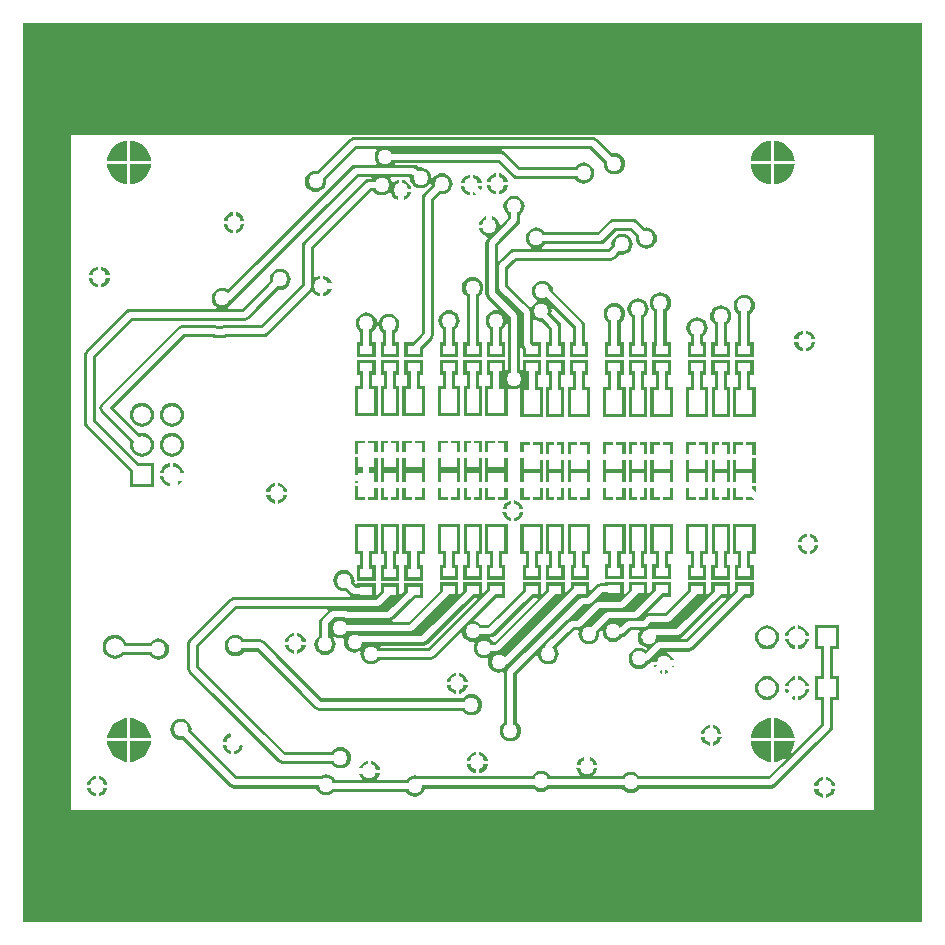
<source format=gbr>
%FSDAX33Y33*%
%MOMM*%
%SFA1B1*%

%IPPOS*%
%AMD1002*
%
%ADD19R,1.050000X0.800001*%
%ADD20R,1.400000X2.000001*%
%ADD21R,1.000001X2.000001*%
%ADD22C,0.508000*%
%ADD23C,0.254000*%
%ADD24C,1.524000*%
%ADD25C,1.500000*%
%ADD26R,1.500000X1.500000*%
%ADD27C,1.270000*%
%LNfilm_top-1*%
%LPD*%
G36*
X076199Y076199D02*
X000000D01*
Y000000*
X076199*
Y076199*
G37*
%LNfilm_top-2*%
%LPC*%
G36*
X072113Y009554D02*
X004113D01*
Y066654*
X072113*
Y009554*
G37*
%LNfilm_top-3*%
%LPD*%
G36*
X066386Y032934D02*
X066281Y032920D01*
X066064Y032830*
X065879Y032688*
X065736Y032502*
X065647Y032286*
X065633Y032181*
X066386*
Y032934*
G37*
G36*
X066640D02*
Y032181D01*
X067393*
X067379Y032286*
X067289Y032502*
X067147Y032688*
X066961Y032830*
X066745Y032920*
X066640Y032934*
G37*
G36*
X041386Y034727D02*
X040633D01*
X040647Y034622*
X040736Y034405*
X040879Y034220*
X041064Y034077*
X041281Y033988*
X041386Y033974*
Y034727*
G37*
G36*
X055067Y033708D02*
X053159D01*
Y031200*
X053595*
Y030358*
X053334*
Y029050*
X054892*
Y030358*
X054631*
Y031200*
X055067*
Y033708*
G37*
G36*
X066386Y031927D02*
X065633D01*
X065647Y031822*
X065736Y031605*
X065879Y031420*
X066064Y031277*
X066281Y031188*
X066386Y031174*
Y031927*
G37*
G36*
X067393D02*
X066640D01*
Y031174*
X066745Y031188*
X066961Y031277*
X067147Y031420*
X067289Y031605*
X067379Y031822*
X067393Y031927*
G37*
G36*
X042393Y034727D02*
X041640D01*
Y033974*
X041745Y033988*
X041961Y034077*
X042147Y034220*
X042289Y034405*
X042379Y034622*
X042393Y034727*
G37*
G36*
X022393Y036227D02*
X021640D01*
Y035474*
X021745Y035488*
X021961Y035577*
X022147Y035720*
X022289Y035905*
X022379Y036122*
X022393Y036227*
G37*
G36*
X042986Y036927D02*
X042159D01*
Y035800*
X042986*
Y036927*
G37*
G36*
X044067D02*
X043240D01*
Y035800*
X044067*
Y036927*
G37*
G36*
X041386Y035734D02*
X041281Y035720D01*
X041064Y035630*
X040879Y035488*
X040736Y035302*
X040647Y035086*
X040633Y034981*
X041386*
Y035734*
G37*
G36*
X041640D02*
Y034981D01*
X042393*
X042379Y035086*
X042289Y035302*
X042147Y035488*
X041961Y035630*
X041745Y035720*
X041640Y035734*
G37*
G36*
X021386Y036227D02*
X020633D01*
X020647Y036122*
X020736Y035905*
X020879Y035720*
X021064Y035577*
X021281Y035488*
X021386Y035474*
Y036227*
G37*
G36*
X052867Y033708D02*
X051359D01*
Y031200*
X051595*
Y030358*
X051334*
Y029050*
X052892*
Y030358*
X052631*
Y031200*
X052867*
Y033708*
G37*
G36*
X037067D02*
X035159D01*
Y031200*
X035595*
Y030308*
X035334*
Y029000*
X036892*
Y030308*
X036631*
Y031200*
X037067*
Y033708*
G37*
G36*
X044067D02*
X042159D01*
Y031200*
X042595*
Y030308*
X042334*
Y029000*
X043892*
Y030308*
X043631*
Y031200*
X044067*
Y033708*
G37*
G36*
X045867D02*
X044359D01*
Y031200*
X044595*
Y030308*
X044334*
Y029000*
X045892*
Y030308*
X045631*
Y031200*
X045867*
Y033708*
G37*
G36*
X030067D02*
X028159D01*
Y031200*
X028595*
Y030258*
X028334*
Y028950*
X029892*
Y030258*
X029631*
Y031200*
X030067*
Y033708*
G37*
G36*
X031867D02*
X030359D01*
Y031200*
X030595*
Y030258*
X030334*
Y028950*
X031892*
Y030258*
X031631*
Y031200*
X031867*
Y033708*
G37*
G36*
X034067D02*
X032159D01*
Y031200*
X032595*
Y030258*
X032334*
Y028950*
X033892*
Y030258*
X033631*
Y031200*
X034067*
Y033708*
G37*
G36*
X048067D02*
X046159D01*
Y031200*
X046595*
Y030308*
X046434*
Y029000*
X047992*
Y030308*
X047631*
Y031200*
X048067*
Y033708*
G37*
G36*
X059867D02*
X058359D01*
Y031200*
X058595*
Y030308*
X058334*
Y029000*
X059892*
Y030308*
X059631*
Y031200*
X059867*
Y033708*
G37*
G36*
X062067D02*
X060159D01*
Y031200*
X060595*
Y030308*
X060334*
Y029000*
X061892*
Y030308*
X061631*
Y031200*
X062067*
Y033708*
G37*
G36*
X051067D02*
X049159D01*
Y031200*
X049595*
Y030358*
X049334*
Y029050*
X050892*
Y030358*
X050631*
Y031200*
X051067*
Y033708*
G37*
G36*
X038867D02*
X037359D01*
Y031200*
X037595*
Y030308*
X037334*
Y029000*
X038892*
Y030308*
X038631*
Y031200*
X038867*
Y033708*
G37*
G36*
X041067D02*
X039159D01*
Y031200*
X039595*
Y030308*
X039334*
Y029000*
X040892*
Y030308*
X040631*
Y031200*
X041067*
Y033708*
G37*
G36*
X058067D02*
X056159D01*
Y031200*
X056595*
Y030308*
X056334*
Y029000*
X057892*
Y030308*
X057631*
Y031200*
X058067*
Y033708*
G37*
G36*
X044986Y036927D02*
X044359D01*
Y035800*
X044986*
Y036927*
G37*
G36*
X051986Y036927D02*
X051359D01*
Y035800*
X051986*
Y036927*
G37*
G36*
X052867D02*
X052240D01*
Y035800*
X052867*
Y036927*
G37*
G36*
X053986D02*
X053159D01*
Y035800*
X053986*
Y036927*
G37*
G36*
X041067D02*
X040240D01*
Y035800*
X041067*
Y036927*
G37*
G36*
X049986D02*
X049159D01*
Y035800*
X049986*
Y036927*
G37*
G36*
X051067D02*
X050240D01*
Y035800*
X051067*
Y036927*
G37*
G36*
X055067D02*
X054240D01*
Y035800*
X055067*
Y036927*
G37*
G36*
X059867D02*
X059240D01*
Y035800*
X059867*
Y036927*
G37*
G36*
X060986D02*
X060159D01*
Y035800*
X060986*
Y036927*
G37*
G36*
X062067D02*
X061240D01*
Y035800*
X062067*
Y036927*
G37*
G36*
X056986D02*
X056159D01*
Y035800*
X056986*
Y036927*
G37*
G36*
X058067D02*
X057240D01*
Y035800*
X058067*
Y036927*
G37*
G36*
X058986D02*
X058359D01*
Y035800*
X058986*
Y036927*
G37*
G36*
X039986D02*
X039159D01*
Y035800*
X039986*
Y036927*
G37*
G36*
X028986D02*
X028159D01*
Y035800*
X028986*
Y036927*
G37*
G36*
X030067D02*
X029240D01*
Y035800*
X030067*
Y036927*
G37*
G36*
X030986D02*
X030359D01*
Y035800*
X030986*
Y036927*
G37*
G36*
X045867Y036927D02*
X045240D01*
Y035800*
X045867*
Y036927*
G37*
G36*
X046986D02*
X046159D01*
Y035800*
X046986*
Y036927*
G37*
G36*
X048067D02*
X047240D01*
Y035800*
X048067*
Y036927*
G37*
G36*
X031867Y036927D02*
X031240D01*
Y035800*
X031867*
Y036927*
G37*
G36*
X037067D02*
X036240D01*
Y035800*
X037067*
Y036927*
G37*
G36*
X037986D02*
X037359D01*
Y035800*
X037986*
Y036927*
G37*
G36*
X038867D02*
X038240D01*
Y035800*
X038867*
Y036927*
G37*
G36*
X032986D02*
X032159D01*
Y035800*
X032986*
Y036927*
G37*
G36*
X034067D02*
X033240D01*
Y035800*
X034067*
Y036927*
G37*
G36*
X035986D02*
X035159D01*
Y035800*
X035986*
Y036927*
G37*
G36*
X038386Y014434D02*
X038281Y014420D01*
X038064Y014330*
X037879Y014188*
X037736Y014002*
X037647Y013786*
X037633Y013681*
X038386*
Y014434*
G37*
G36*
X038640D02*
Y013681D01*
X039393*
X039379Y013786*
X039289Y014002*
X039147Y014188*
X038961Y014330*
X038745Y014420*
X038640Y014434*
G37*
G36*
X017686Y015027D02*
X016933D01*
X016947Y014922*
X017036Y014705*
X017179Y014520*
X017364Y014377*
X017581Y014288*
X017686Y014274*
Y015027*
G37*
G36*
X008886Y015327D02*
X007162D01*
X007186Y015090*
X007292Y014741*
X007464Y014419*
X007695Y014136*
X007978Y013905*
X008300Y013733*
X008649Y013627*
X008886Y013603*
Y015327*
G37*
G36*
X010863D02*
X009140D01*
Y013603*
X009376Y013627*
X009726Y013733*
X010048Y013905*
X010330Y014136*
X010562Y014419*
X010734Y014741*
X010840Y015090*
X010863Y015327*
G37*
G36*
X063386D02*
X061662D01*
X061686Y015090*
X061792Y014741*
X061964Y014419*
X062195Y014136*
X062478Y013905*
X062800Y013733*
X063149Y013627*
X063386Y013603*
Y015327*
G37*
G36*
X018693Y015027D02*
X017940D01*
Y014274*
X018045Y014288*
X018261Y014377*
X018447Y014520*
X018589Y014705*
X018679Y014922*
X018693Y015027*
G37*
G36*
X017686Y016034D02*
X017581Y016020D01*
X017364Y015930*
X017179Y015788*
X017036Y015602*
X016947Y015386*
X016933Y015281*
X017686*
Y016034*
G37*
G36*
X017940D02*
Y015281D01*
X018693*
X018679Y015386*
X018589Y015602*
X018447Y015788*
X018261Y015930*
X018045Y016020*
X017940Y016034*
G37*
G36*
X008886Y017304D02*
X008649Y017281D01*
X008300Y017175*
X007978Y017003*
X007695Y016771*
X007464Y016489*
X007292Y016167*
X007186Y015817*
X007162Y015581*
X008886*
Y017304*
G37*
G36*
X069117Y025158D02*
X067109D01*
Y023150*
X067595*
Y020858*
X067109*
Y018850*
X067595*
Y016768*
X065138Y014312*
X065044Y014397*
X065062Y014419*
X065234Y014741*
X065340Y015090*
X065363Y015327*
X063640*
Y013603*
X063876Y013627*
X064226Y013733*
X064548Y013905*
X064569Y013922*
X064655Y013828*
X063198Y012372*
X052236*
X052147Y012488*
X051961Y012630*
X051745Y012720*
X051513Y012750*
X051281Y012720*
X051064Y012630*
X050879Y012488*
X050790Y012372*
X048382*
X048339Y012499*
X048412Y012555*
X048554Y012740*
X048644Y012957*
X048658Y013062*
X046898*
X046912Y012957*
X047001Y012740*
X047144Y012555*
X047217Y012499*
X047174Y012372*
X044702*
X044689Y012402*
X044547Y012588*
X044361Y012730*
X044145Y012820*
X043913Y012850*
X043681Y012820*
X043464Y012730*
X043279Y012588*
X043136Y012402*
X043124Y012372*
X033561*
X033445Y012420*
X033213Y012450*
X032981Y012420*
X032764Y012330*
X032579Y012188*
X032490Y012072*
X030051*
X030022Y012199*
X030154Y012370*
X030244Y012587*
X030258Y012692*
X028498*
X028512Y012587*
X028601Y012370*
X028733Y012199*
X028705Y012072*
X026502*
X026489Y012102*
X026347Y012288*
X026161Y012430*
X025945Y012520*
X025713Y012550*
X025481Y012520*
X025264Y012430*
X025188Y012372*
X018127*
X014290Y016209*
X014309Y016354*
X014279Y016586*
X014189Y016802*
X014047Y016988*
X013861Y017130*
X013645Y017220*
X013413Y017250*
X013181Y017220*
X012964Y017130*
X012779Y016988*
X012636Y016802*
X012547Y016586*
X012516Y016354*
X012547Y016122*
X012636Y015905*
X012779Y015720*
X012964Y015577*
X013181Y015488*
X013413Y015457*
X013558Y015476*
X017546Y011487*
X017714Y011375*
X017913Y011336*
X024882*
X024936Y011205*
X025079Y011020*
X025264Y010877*
X025481Y010788*
X025713Y010757*
X025945Y010788*
X026161Y010877*
X026347Y011020*
X026359Y011036*
X032490*
X032579Y010920*
X032764Y010777*
X032981Y010688*
X033213Y010657*
X033445Y010688*
X033661Y010777*
X033847Y010920*
X033989Y011105*
X034079Y011322*
X034081Y011336*
X043266*
X043279Y011320*
X043464Y011177*
X043681Y011088*
X043913Y011057*
X044145Y011088*
X044361Y011177*
X044547Y011320*
X044559Y011336*
X050790*
X050879Y011220*
X051064Y011077*
X051281Y010988*
X051513Y010957*
X051745Y010988*
X051961Y011077*
X052147Y011220*
X052236Y011336*
X063413*
X063611Y011375*
X063779Y011487*
X068479Y016187*
X068591Y016355*
X068631Y016554*
Y018850*
X069117*
Y020858*
X068631*
Y023150*
X069117*
Y025158*
G37*
G36*
X058186Y015727D02*
X057433D01*
X057447Y015622*
X057536Y015405*
X057679Y015220*
X057864Y015077*
X058081Y014988*
X058186Y014974*
Y015727*
G37*
G36*
X059193D02*
X058440D01*
Y014974*
X058545Y014988*
X058761Y015077*
X058947Y015220*
X059089Y015405*
X059179Y015622*
X059193Y015727*
G37*
G36*
X047905Y014069D02*
Y013316D01*
X048658*
X048644Y013421*
X048554Y013637*
X048412Y013823*
X048226Y013965*
X048010Y014055*
X047905Y014069*
G37*
G36*
X007193Y011427D02*
X006440D01*
Y010674*
X006545Y010688*
X006761Y010777*
X006947Y010920*
X007089Y011105*
X007179Y011322*
X007193Y011427*
G37*
G36*
X067786Y012334D02*
X067681Y012320D01*
X067464Y012230*
X067279Y012088*
X067136Y011902*
X067047Y011686*
X067033Y011581*
X067786*
Y012334*
G37*
G36*
X068040D02*
Y011581D01*
X068793*
X068779Y011686*
X068689Y011902*
X068547Y012088*
X068361Y012230*
X068145Y012320*
X068040Y012334*
G37*
G36*
X067786Y011327D02*
X067033D01*
X067047Y011222*
X067136Y011005*
X067279Y010820*
X067464Y010677*
X067681Y010588*
X067786Y010574*
Y011327*
G37*
G36*
X068793D02*
X068040D01*
Y010574*
X068145Y010588*
X068361Y010677*
X068547Y010820*
X068689Y011005*
X068779Y011222*
X068793Y011327*
G37*
G36*
X006186Y011427D02*
X005433D01*
X005447Y011322*
X005536Y011105*
X005679Y010920*
X005864Y010777*
X006081Y010688*
X006186Y010674*
Y011427*
G37*
G36*
Y012434D02*
X006081Y012420D01*
X005864Y012330*
X005679Y012188*
X005536Y012002*
X005447Y011786*
X005433Y011681*
X006186*
Y012434*
G37*
G36*
X029251Y013699D02*
X029146Y013685D01*
X028929Y013595*
X028744Y013453*
X028601Y013267*
X028512Y013051*
X028498Y012946*
X029251*
Y013699*
G37*
G36*
X029505D02*
Y012946D01*
X030258*
X030244Y013051*
X030154Y013267*
X030012Y013453*
X029826Y013595*
X029610Y013685*
X029505Y013699*
G37*
G36*
X047651Y014069D02*
X047546Y014055D01*
X047329Y013965*
X047144Y013823*
X047001Y013637*
X046912Y013421*
X046898Y013316*
X047651*
Y014069*
G37*
G36*
X006440Y012434D02*
Y011681D01*
X007193*
X007179Y011786*
X007089Y012002*
X006947Y012188*
X006761Y012330*
X006545Y012420*
X006440Y012434*
G37*
G36*
X038386Y013427D02*
X037633D01*
X037647Y013322*
X037736Y013105*
X037879Y012920*
X038064Y012777*
X038281Y012688*
X038386Y012674*
Y013427*
G37*
G36*
X039393D02*
X038640D01*
Y012674*
X038745Y012688*
X038961Y012777*
X039147Y012920*
X039289Y013105*
X039379Y013322*
X039393Y013427*
G37*
G36*
X009140Y017304D02*
Y015581D01*
X010863*
X010840Y015817*
X010734Y016167*
X010562Y016489*
X010330Y016771*
X010048Y017003*
X009726Y017175*
X009376Y017281*
X009140Y017304*
G37*
G36*
X022986Y023527D02*
X022233D01*
X022247Y023422*
X022336Y023205*
X022479Y023020*
X022664Y022877*
X022881Y022788*
X022986Y022774*
Y023527*
G37*
G36*
X023993D02*
X023240D01*
Y022774*
X023345Y022788*
X023561Y022877*
X023747Y023020*
X023889Y023205*
X023979Y023422*
X023993Y023527*
G37*
G36*
X063033Y025166D02*
X062771Y025132D01*
X062526Y025031*
X062317Y024870*
X062156Y024660*
X062055Y024416*
X062020Y024154*
X062055Y023892*
X062156Y023647*
X062317Y023438*
X062526Y023277*
X062771Y023176*
X063033Y023141*
X063295Y023176*
X063539Y023277*
X063749Y023438*
X063910Y023647*
X064011Y023892*
X064045Y024154*
X064011Y024416*
X063910Y024660*
X063749Y024870*
X063539Y025031*
X063295Y025132*
X063033Y025166*
G37*
G36*
X054186Y021827D02*
X053433D01*
X053447Y021722*
X053536Y021505*
X053679Y021320*
X053864Y021177*
X054081Y021088*
X054186Y021074*
Y021827*
G37*
G36*
X055193D02*
X054440D01*
Y021074*
X054545Y021088*
X054761Y021177*
X054947Y021320*
X055089Y021505*
X055179Y021722*
X055193Y021827*
G37*
G36*
X007813Y024378D02*
X007547Y024344D01*
X007300Y024241*
X007088Y024078*
X006925Y023866*
X006823Y023619*
X006788Y023354*
X006823Y023088*
X006925Y022841*
X007088Y022629*
X007300Y022466*
X007547Y022364*
X007813Y022329*
X008078Y022364*
X008325Y022466*
X008537Y022629*
X008542Y022636*
X010790*
X010879Y022520*
X011064Y022377*
X011281Y022288*
X011513Y022257*
X011745Y022288*
X011961Y022377*
X012147Y022520*
X012289Y022705*
X012379Y022922*
X012409Y023154*
X012379Y023386*
X012289Y023602*
X012147Y023788*
X011961Y023930*
X011745Y024020*
X011513Y024050*
X011281Y024020*
X011064Y023930*
X010879Y023788*
X010790Y023672*
X008781*
X008700Y023866*
X008537Y024078*
X008325Y024241*
X008078Y024344*
X007813Y024378*
G37*
G36*
X065446Y024027D02*
X064577D01*
X064595Y023892*
X064696Y023647*
X064857Y023438*
X065066Y023277*
X065311Y023176*
X065446Y023158*
Y024027*
G37*
G36*
Y025150D02*
X065311Y025132D01*
X065066Y025031*
X064857Y024870*
X064696Y024660*
X064595Y024416*
X064577Y024281*
X065446*
Y025150*
G37*
G36*
X065700D02*
Y024281D01*
X066569*
X066551Y024416*
X066450Y024660*
X066289Y024870*
X066079Y025031*
X065835Y025132*
X065700Y025150*
G37*
G36*
X027213Y029850D02*
X026981Y029820D01*
X026764Y029730*
X026579Y029588*
X026436Y029402*
X026347Y029186*
X026316Y028954*
X026347Y028722*
X026436Y028505*
X026579Y028320*
X026764Y028177*
X026981Y028088*
X027213Y028057*
X027358Y028076*
X027696Y027737*
X027755Y027699*
X027716Y027572*
X017913*
X017714Y027532*
X017546Y027420*
X014096Y023970*
X013984Y023802*
X013945Y023604*
Y021504*
X013984Y021305*
X014096Y021137*
X021646Y013587*
X021814Y013475*
X022013Y013436*
X026190*
X026279Y013320*
X026464Y013177*
X026681Y013088*
X026913Y013057*
X027145Y013088*
X027361Y013177*
X027547Y013320*
X027689Y013505*
X027779Y013722*
X027809Y013954*
X027779Y014186*
X027689Y014402*
X027547Y014588*
X027361Y014730*
X027145Y014820*
X026913Y014850*
X026681Y014820*
X026464Y014730*
X026279Y014588*
X026190Y014472*
X022227*
X014981Y021718*
Y023389*
X018127Y026536*
X025801*
X025854Y026409*
X025246Y025802*
X025134Y025633*
X025095Y025435*
Y024277*
X024979Y024188*
X024836Y024002*
X024747Y023786*
X024716Y023554*
X024747Y023322*
X024836Y023105*
X024979Y022920*
X025164Y022777*
X025381Y022688*
X025613Y022657*
X025845Y022688*
X026061Y022777*
X026247Y022920*
X026389Y023105*
X026479Y023322*
X026509Y023554*
X026479Y023786*
X026389Y024002*
X026247Y024188*
X026328Y024282*
X026464Y024177*
X026681Y024088*
X026913Y024057*
X027145Y024088*
X027165Y024096*
X027255Y024006*
X027247Y023986*
X027216Y023754*
X027247Y023522*
X027336Y023305*
X027479Y023120*
X027664Y022977*
X027881Y022888*
X028113Y022857*
X028345Y022888*
X028515Y022958*
X028620Y022891*
X028632Y022875*
X028616Y022754*
X028647Y022522*
X028736Y022305*
X028879Y022120*
X029064Y021977*
X029281Y021888*
X029513Y021857*
X029745Y021888*
X029961Y021977*
X030147Y022120*
X030236Y022236*
X034596*
X034794Y022275*
X034962Y022387*
X037116Y024541*
X037236Y024500*
X037247Y024422*
X037336Y024205*
X037479Y024020*
X037664Y023877*
X037881Y023788*
X038113Y023757*
X038234Y023773*
X038250Y023762*
X038317Y023656*
X038247Y023486*
X038216Y023254*
X038247Y023022*
X038336Y022805*
X038479Y022620*
X038664Y022477*
X038881Y022388*
X039113Y022357*
X039345Y022388*
X039365Y022396*
X039455Y022306*
X039447Y022286*
X039416Y022054*
X039447Y021822*
X039536Y021605*
X039679Y021420*
X039864Y021277*
X040081Y021188*
X040313Y021157*
X040545Y021188*
X040675Y021242*
X040720Y021223*
X040795Y021154*
Y016977*
X040679Y016888*
X040536Y016702*
X040447Y016486*
X040416Y016254*
X040447Y016022*
X040536Y015805*
X040679Y015620*
X040864Y015477*
X041081Y015388*
X041313Y015357*
X041545Y015388*
X041761Y015477*
X041947Y015620*
X042089Y015805*
X042179Y016022*
X042209Y016254*
X042179Y016486*
X042089Y016702*
X041947Y016888*
X041831Y016977*
Y020976*
X043502Y022647*
X043636Y022602*
X043647Y022522*
X043736Y022305*
X043879Y022120*
X044064Y021977*
X044281Y021888*
X044513Y021857*
X044745Y021888*
X044961Y021977*
X045147Y022120*
X045289Y022305*
X045379Y022522*
X045409Y022754*
X045379Y022986*
X045289Y023202*
X045232Y023277*
X046709Y024754*
X046992*
X047080Y024627*
X047058Y024454*
X047088Y024222*
X047178Y024005*
X047320Y023820*
X047506Y023677*
X047722Y023588*
X047954Y023557*
X048186Y023588*
X048403Y023677*
X048588Y023820*
X048731Y024005*
X048820Y024222*
X048851Y024454*
X048832Y024599*
X049003Y024770*
X049124Y024711*
X049116Y024654*
X049147Y024422*
X049236Y024205*
X049379Y024020*
X049564Y023877*
X049781Y023788*
X050013Y023757*
X050245Y023788*
X050461Y023877*
X050647Y024020*
X050743Y024145*
X050894Y024175*
X051062Y024287*
X051554Y024779*
X052228*
X052284Y024665*
X052236Y024602*
X052147Y024386*
X052144Y024367*
X052134Y024352*
X052095Y024154*
X052134Y023955*
X052144Y023941*
X052147Y023922*
X052236Y023705*
X052379Y023520*
X052564Y023377*
X052781Y023288*
X052859Y023277*
X052900Y023157*
X052781Y023038*
X052661Y023130*
X052445Y023220*
X052213Y023250*
X051981Y023220*
X051764Y023130*
X051579Y022988*
X051436Y022802*
X051347Y022586*
X051316Y022354*
X051347Y022122*
X051436Y021905*
X051579Y021720*
X051764Y021577*
X051981Y021488*
X052213Y021457*
X052445Y021488*
X052661Y021577*
X052847Y021720*
X052955Y021861*
X053027Y021875*
X053195Y021987*
X053307Y022099*
X053344Y022081*
X055193*
X055179Y022186*
X055089Y022402*
X054947Y022588*
X054761Y022730*
X054572Y022809*
X054597Y022936*
X056413*
X056611Y022975*
X056779Y023087*
X061191Y027500*
X061892*
Y028808*
X060334*
Y028107*
X060009Y027783*
X059892Y027831*
Y028808*
X058334*
Y028107*
X058009Y027783*
X057892Y027831*
Y028808*
X056334*
Y028107*
X054398Y026172*
X053026*
X052984Y026163*
X052922Y026280*
X054191Y027550*
X054892*
Y028858*
X053334*
Y028157*
X053009Y027833*
X052892Y027881*
Y028858*
X051334*
Y028157*
X051009Y027833*
X050892Y027881*
Y028858*
X049334*
Y028722*
X048963*
X048764Y028682*
X048596Y028570*
X048109Y028083*
X047992Y028131*
Y028808*
X046434*
Y028407*
X046009Y027983*
X045892Y028031*
Y028808*
X044334*
Y028107*
X044009Y027783*
X043892Y027831*
Y028808*
X042334*
Y028107*
X039398Y025172*
X038836*
X038747Y025288*
X038561Y025430*
X038345Y025520*
X038266Y025530*
X038225Y025650*
X040075Y027500*
X040892*
Y028808*
X039334*
Y028224*
X039009Y027899*
X038892Y027948*
Y028808*
X037334*
Y028107*
X037009Y027783*
X036892Y027831*
Y028808*
X035334*
Y028107*
X032698Y025472*
X031335*
X031296Y025599*
X031429Y025687*
X033191Y027450*
X033892*
Y028758*
X032334*
Y028057*
X032009Y027733*
X031892Y027781*
Y028758*
X030334*
Y028057*
X030009Y027733*
X029892Y027781*
Y028758*
X028334*
Y028745*
X028207Y028692*
X028090Y028809*
X028109Y028954*
X028079Y029186*
X027989Y029402*
X027847Y029588*
X027661Y029730*
X027445Y029820*
X027213Y029850*
G37*
G36*
X066569Y024027D02*
X065700D01*
Y023158*
X065835Y023176*
X066079Y023277*
X066289Y023438*
X066450Y023647*
X066551Y023892*
X066569Y024027*
G37*
G36*
X022986Y024534D02*
X022881Y024520D01*
X022664Y024430*
X022479Y024288*
X022336Y024102*
X022247Y023886*
X022233Y023781*
X022986*
Y024534*
G37*
G36*
X023240D02*
Y023781D01*
X023993*
X023979Y023886*
X023889Y024102*
X023747Y024288*
X023561Y024430*
X023345Y024520*
X023240Y024534*
G37*
G36*
X036940Y021134D02*
Y020381D01*
X037693*
X037679Y020486*
X037589Y020702*
X037447Y020888*
X037261Y021030*
X037045Y021120*
X036940Y021134*
G37*
G36*
X058440Y016734D02*
Y015981D01*
X059193*
X059179Y016086*
X059089Y016302*
X058947Y016488*
X058761Y016630*
X058545Y016720*
X058440Y016734*
G37*
G36*
X018013Y024350D02*
X017781Y024320D01*
X017564Y024230*
X017379Y024088*
X017236Y023902*
X017147Y023686*
X017116Y023454*
X017147Y023222*
X017236Y023005*
X017379Y022820*
X017564Y022677*
X017781Y022588*
X018013Y022557*
X018245Y022588*
X018461Y022677*
X018647Y022820*
X018736Y022936*
X019898*
X024746Y018087*
X024914Y017975*
X025113Y017936*
X037290*
X037379Y017820*
X037564Y017677*
X037781Y017588*
X038013Y017557*
X038245Y017588*
X038461Y017677*
X038647Y017820*
X038789Y018005*
X038879Y018222*
X038909Y018454*
X038879Y018686*
X038789Y018902*
X038647Y019088*
X038461Y019230*
X038245Y019320*
X038013Y019350*
X037781Y019320*
X037564Y019230*
X037379Y019088*
X037290Y018972*
X025327*
X020479Y023820*
X020311Y023932*
X020113Y023972*
X018736*
X018647Y024088*
X018461Y024230*
X018245Y024320*
X018013Y024350*
G37*
G36*
X063033Y020866D02*
X062771Y020832D01*
X062526Y020731*
X062317Y020570*
X062156Y020360*
X062055Y020116*
X062020Y019854*
X062055Y019592*
X062156Y019347*
X062317Y019138*
X062526Y018977*
X062771Y018876*
X063033Y018841*
X063295Y018876*
X063539Y018977*
X063749Y019138*
X063910Y019347*
X064011Y019592*
X064045Y019854*
X064011Y020116*
X063910Y020360*
X063749Y020570*
X063539Y020731*
X063295Y020832*
X063033Y020866*
G37*
G36*
X063386Y017304D02*
X063149Y017281D01*
X062800Y017175*
X062478Y017003*
X062195Y016771*
X061964Y016489*
X061792Y016167*
X061686Y015817*
X061662Y015581*
X063386*
Y017304*
G37*
G36*
X063640D02*
Y015581D01*
X065363*
X065340Y015817*
X065234Y016167*
X065062Y016489*
X064830Y016771*
X064548Y017003*
X064226Y017175*
X063876Y017281*
X063640Y017304*
G37*
G36*
X058186Y016734D02*
X058081Y016720D01*
X057864Y016630*
X057679Y016488*
X057536Y016302*
X057447Y016086*
X057433Y015981*
X058186*
Y016734*
G37*
G36*
X065446Y019727D02*
X064577D01*
X064595Y019592*
X064696Y019347*
X064857Y019138*
X065066Y018977*
X065311Y018876*
X065446Y018858*
Y019727*
G37*
G36*
Y020850D02*
X065311Y020832D01*
X065066Y020731*
X064857Y020570*
X064696Y020360*
X064595Y020116*
X064577Y019981*
X065446*
Y020850*
G37*
G36*
X065700D02*
Y019981D01*
X066569*
X066551Y020116*
X066450Y020360*
X066289Y020570*
X066079Y020731*
X065835Y020832*
X065700Y020850*
G37*
G36*
X036686Y021134D02*
X036581Y021120D01*
X036364Y021030*
X036179Y020888*
X036036Y020702*
X035947Y020486*
X035933Y020381*
X036686*
Y021134*
G37*
G36*
X066569Y019727D02*
X065700D01*
Y018858*
X065835Y018876*
X066079Y018977*
X066289Y019138*
X066450Y019347*
X066551Y019592*
X066569Y019727*
G37*
G36*
X036686Y020127D02*
X035933D01*
X035947Y020022*
X036036Y019805*
X036179Y019620*
X036364Y019477*
X036581Y019388*
X036686Y019374*
Y020127*
G37*
G36*
X037693D02*
X036940D01*
Y019374*
X037045Y019388*
X037261Y019477*
X037447Y019620*
X037589Y019805*
X037679Y020022*
X037693Y020127*
G37*
G36*
X021386Y037234D02*
X021281Y037220D01*
X021064Y037130*
X020879Y036988*
X020736Y036802*
X020647Y036586*
X020633Y036481*
X021386*
Y037234*
G37*
G36*
X057113Y051250D02*
X056881Y051220D01*
X056664Y051130*
X056479Y050988*
X056336Y050802*
X056247Y050586*
X056216Y050354*
X056247Y050122*
X056336Y049905*
X056479Y049720*
X056595Y049631*
Y049158*
X056334*
Y047850*
X057892*
Y049158*
X057631*
Y049631*
X057747Y049720*
X057889Y049905*
X057979Y050122*
X058009Y050354*
X057979Y050586*
X057889Y050802*
X057747Y050988*
X057561Y051130*
X057345Y051220*
X057113Y051250*
G37*
G36*
X059113Y052250D02*
X058881Y052220D01*
X058664Y052130*
X058479Y051988*
X058336Y051802*
X058247Y051586*
X058216Y051354*
X058247Y051122*
X058336Y050905*
X058479Y050720*
X058595Y050631*
Y049158*
X058334*
Y047850*
X059892*
Y049158*
X059631*
Y050631*
X059747Y050720*
X059889Y050905*
X059979Y051122*
X060009Y051354*
X059979Y051586*
X059889Y051802*
X059747Y051988*
X059561Y052130*
X059345Y052220*
X059113Y052250*
G37*
G36*
X061113Y053150D02*
X060881Y053120D01*
X060664Y053030*
X060479Y052888*
X060336Y052702*
X060247Y052486*
X060216Y052254*
X060247Y052022*
X060336Y051805*
X060479Y051620*
X060595Y051531*
Y049158*
X060334*
Y047850*
X061892*
Y049158*
X061631*
Y051531*
X061747Y051620*
X061889Y051805*
X061979Y052022*
X062009Y052254*
X061979Y052486*
X061889Y052702*
X061747Y052888*
X061561Y053030*
X061345Y053120*
X061113Y053150*
G37*
G36*
X050113Y052450D02*
X049881Y052420D01*
X049664Y052330*
X049479Y052188*
X049336Y052002*
X049247Y051786*
X049216Y051554*
X049247Y051322*
X049336Y051105*
X049479Y050920*
X049595Y050831*
Y049158*
X049334*
Y047850*
X050892*
Y049158*
X050631*
Y050831*
X050747Y050920*
X050889Y051105*
X050979Y051322*
X051009Y051554*
X050979Y051786*
X050889Y052002*
X050747Y052188*
X050561Y052330*
X050345Y052420*
X050113Y052450*
G37*
G36*
X052113Y052850D02*
X051881Y052820D01*
X051664Y052730*
X051479Y052588*
X051336Y052402*
X051247Y052186*
X051216Y051954*
X051247Y051722*
X051336Y051505*
X051479Y051320*
X051595Y051231*
Y049158*
X051334*
Y047850*
X052892*
Y049158*
X052631*
Y051231*
X052747Y051320*
X052889Y051505*
X052979Y051722*
X053009Y051954*
X052979Y052186*
X052889Y052402*
X052747Y052588*
X052561Y052730*
X052345Y052820*
X052113Y052850*
G37*
G36*
X054013Y053350D02*
X053781Y053320D01*
X053564Y053230*
X053379Y053088*
X053236Y052902*
X053147Y052686*
X053116Y052454*
X053147Y052222*
X053236Y052005*
X053379Y051820*
X053495Y051731*
Y049158*
X053334*
Y047850*
X054892*
Y049158*
X054531*
Y051731*
X054647Y051820*
X054789Y052005*
X054879Y052222*
X054909Y052454*
X054879Y052686*
X054789Y052902*
X054647Y053088*
X054461Y053230*
X054245Y053320*
X054013Y053350*
G37*
G36*
X066086Y049127D02*
X065333D01*
X065347Y049022*
X065436Y048805*
X065579Y048620*
X065764Y048477*
X065981Y048388*
X066086Y048374*
Y049127*
G37*
G36*
X026193Y053777D02*
X025440D01*
Y053024*
X025545Y053038*
X025761Y053127*
X025947Y053270*
X026089Y053455*
X026179Y053672*
X026193Y053777*
G37*
G36*
X006386Y054527D02*
X005633D01*
X005647Y054422*
X005736Y054205*
X005879Y054020*
X006064Y053877*
X006281Y053788*
X006386Y053774*
Y054527*
G37*
G36*
X007393D02*
X006640D01*
Y053774*
X006745Y053788*
X006961Y053877*
X007147Y054020*
X007289Y054205*
X007379Y054422*
X007393Y054527*
G37*
G36*
X067093Y049127D02*
X066340D01*
Y048374*
X066445Y048388*
X066661Y048477*
X066847Y048620*
X066989Y048805*
X067079Y049022*
X067093Y049127*
G37*
G36*
X066086Y050134D02*
X065981Y050120D01*
X065764Y050030*
X065579Y049888*
X065436Y049702*
X065347Y049486*
X065333Y049381*
X066086*
Y050134*
G37*
G36*
X066340D02*
Y049381D01*
X067093*
X067079Y049486*
X066989Y049702*
X066847Y049888*
X066661Y050030*
X066445Y050120*
X066340Y050134*
G37*
G36*
X038113Y054650D02*
X037881Y054620D01*
X037664Y054530*
X037479Y054388*
X037336Y054202*
X037247Y053986*
X037216Y053754*
X037247Y053522*
X037336Y053305*
X037479Y053120*
X037595Y053031*
Y049158*
X037334*
Y047850*
X038892*
Y049158*
X038631*
Y053031*
X038747Y053120*
X038889Y053305*
X038979Y053522*
X039009Y053754*
X038979Y053986*
X038889Y054202*
X038747Y054388*
X038561Y054530*
X038345Y054620*
X038113Y054650*
G37*
G36*
X057892Y047658D02*
X056334D01*
Y046350*
X056595*
Y045308*
X056159*
Y042800*
X058067*
Y045308*
X057631*
Y046350*
X057892*
Y047658*
G37*
G36*
X059892D02*
X058334D01*
Y046350*
X058595*
Y045308*
X058359*
Y042800*
X059867*
Y045308*
X059631*
Y046350*
X059892*
Y047658*
G37*
G36*
X061892D02*
X060334D01*
Y046350*
X060595*
Y045308*
X060159*
Y042800*
X062067*
Y045308*
X061631*
Y046350*
X061892*
Y047658*
G37*
G36*
X050892D02*
X049334D01*
Y046350*
X049595*
Y045308*
X049159*
Y042800*
X051067*
Y045308*
X050631*
Y046350*
X050892*
Y047658*
G37*
G36*
X052892D02*
X051334D01*
Y046350*
X051595*
Y045308*
X051359*
Y042800*
X052867*
Y045308*
X052631*
Y046350*
X052892*
Y047658*
G37*
G36*
X054892D02*
X053334D01*
Y046350*
X053595*
Y045308*
X053159*
Y042800*
X055067*
Y045308*
X054631*
Y046350*
X054892*
Y047658*
G37*
G36*
X029892D02*
X028334D01*
Y046350*
X028595*
Y045408*
X028159*
Y042900*
X030067*
Y045408*
X029631*
Y046350*
X029892*
Y047658*
G37*
G36*
X038892D02*
X037334D01*
Y046350*
X037595*
Y045408*
X037359*
Y042900*
X038867*
Y045408*
X038631*
Y046350*
X038892*
Y047658*
G37*
G36*
X029113Y051650D02*
X028881Y051620D01*
X028664Y051530*
X028479Y051388*
X028336Y051202*
X028247Y050986*
X028216Y050754*
X028247Y050522*
X028336Y050305*
X028479Y050120*
X028595Y050031*
Y049158*
X028334*
Y047850*
X029892*
Y049158*
X029631*
Y050031*
X029747Y050120*
X029889Y050305*
X029979Y050522*
X029992Y050622*
X030120*
X030147Y050422*
X030236Y050205*
X030379Y050020*
X030495Y049930*
Y049158*
X030334*
Y047850*
X031892*
Y049158*
X031531*
Y049930*
X031647Y050020*
X031789Y050205*
X031879Y050422*
X031909Y050654*
X031879Y050886*
X031789Y051102*
X031647Y051288*
X031461Y051430*
X031245Y051520*
X031013Y051550*
X030781Y051520*
X030564Y051430*
X030379Y051288*
X030236Y051102*
X030147Y050886*
X030133Y050785*
X030005*
X029979Y050986*
X029889Y051202*
X029747Y051388*
X029561Y051530*
X029345Y051620*
X029113Y051650*
G37*
G36*
X036113Y051850D02*
X035881Y051820D01*
X035664Y051730*
X035479Y051588*
X035336Y051402*
X035247Y051186*
X035216Y050954*
X035247Y050722*
X035336Y050505*
X035479Y050320*
X035595Y050231*
Y049158*
X035334*
Y047850*
X036892*
Y049158*
X036631*
Y050231*
X036747Y050320*
X036889Y050505*
X036979Y050722*
X037009Y050954*
X036979Y051186*
X036889Y051402*
X036747Y051588*
X036561Y051730*
X036345Y051820*
X036113Y051850*
G37*
G36*
X031892Y047658D02*
X030334D01*
Y046350*
X030595*
Y045408*
X030359*
Y042900*
X031867*
Y045408*
X031631*
Y046350*
X031892*
Y047658*
G37*
G36*
X033892D02*
X032334D01*
Y046350*
X032595*
Y045408*
X032159*
Y042900*
X034067*
Y045408*
X033631*
Y046350*
X033892*
Y047658*
G37*
G36*
X036892D02*
X035334D01*
Y046350*
X035595*
Y045408*
X035159*
Y042900*
X037067*
Y045408*
X036631*
Y046350*
X036892*
Y047658*
G37*
G36*
X025440Y054784D02*
Y054031D01*
X026193*
X026179Y054136*
X026089Y054352*
X025947Y054538*
X025761Y054680*
X025545Y054770*
X025440Y054784*
G37*
G36*
X065363Y064227D02*
X063640D01*
Y062503*
X063876Y062527*
X064226Y062633*
X064548Y062805*
X064830Y063036*
X065062Y063319*
X065234Y063641*
X065340Y063990*
X065363Y064227*
G37*
G36*
X037886Y063334D02*
X037781Y063320D01*
X037564Y063230*
X037379Y063088*
X037236Y062902*
X037147Y062686*
X037133Y062581*
X037886*
Y063334*
G37*
G36*
X038140D02*
Y062581D01*
X038893*
X038879Y062686*
X038789Y062902*
X038647Y063088*
X038461Y063230*
X038245Y063320*
X038140Y063334*
G37*
G36*
X008886Y064227D02*
X007162D01*
X007186Y063990*
X007292Y063641*
X007464Y063319*
X007695Y063036*
X007978Y062805*
X008300Y062633*
X008649Y062527*
X008886Y062503*
Y064227*
G37*
G36*
X010863D02*
X009140D01*
Y062503*
X009376Y062527*
X009726Y062633*
X010048Y062805*
X010330Y063036*
X010562Y063319*
X010734Y063641*
X010840Y063990*
X010863Y064227*
G37*
G36*
X063386D02*
X061662D01*
X061686Y063990*
X061792Y063641*
X061964Y063319*
X062195Y063036*
X062478Y062805*
X062800Y062633*
X063149Y062527*
X063386Y062503*
Y064227*
G37*
G36*
X040086Y063434D02*
X039981Y063420D01*
X039764Y063330*
X039579Y063188*
X039436Y063002*
X039347Y062786*
X039333Y062681*
X040086*
Y063434*
G37*
G36*
X009140Y066204D02*
Y064481D01*
X010863*
X010840Y064717*
X010734Y065067*
X010562Y065389*
X010330Y065671*
X010048Y065903*
X009726Y066075*
X009376Y066181*
X009140Y066204*
G37*
G36*
X063386D02*
X063149Y066181D01*
X062800Y066075*
X062478Y065903*
X062195Y065671*
X061964Y065389*
X061792Y065067*
X061686Y064717*
X061662Y064481*
X063386*
Y066204*
G37*
G36*
X063640D02*
Y064481D01*
X065363*
X065340Y064717*
X065234Y065067*
X065062Y065389*
X064830Y065671*
X064548Y065903*
X064226Y066075*
X063876Y066181*
X063640Y066204*
G37*
G36*
X040340Y063434D02*
Y062681D01*
X041093*
X041079Y062786*
X040989Y063002*
X040847Y063188*
X040661Y063330*
X040445Y063420*
X040340Y063434*
G37*
G36*
X048270Y066515D02*
X028056D01*
X027857Y066475*
X027689Y066363*
X024958Y063631*
X024813Y063650*
X024581Y063620*
X024364Y063530*
X024179Y063388*
X024036Y063202*
X023947Y062986*
X023916Y062754*
X023947Y062522*
X024036Y062305*
X024179Y062120*
X024364Y061977*
X024581Y061888*
X024813Y061857*
X025045Y061888*
X025261Y061977*
X025447Y062120*
X025589Y062305*
X025679Y062522*
X025709Y062754*
X025690Y062899*
X028270Y065479*
X029928*
X029984Y065365*
X029936Y065302*
X029847Y065086*
X029816Y064854*
X029847Y064622*
X029936Y064405*
X030018Y064299*
X029955Y064172*
X028213*
X028014Y064132*
X027846Y064020*
X017415Y053589*
X017361Y053630*
X017145Y053720*
X016913Y053750*
X016681Y053720*
X016464Y053630*
X016279Y053488*
X016136Y053302*
X016047Y053086*
X016016Y052854*
X016047Y052622*
X016136Y052405*
X016279Y052220*
X016436Y052099*
X016405Y051974*
X016404Y051972*
X009113*
X008914Y051932*
X008746Y051820*
X005346Y048420*
X005234Y048252*
X005195Y048054*
Y042314*
X005234Y042115*
X005346Y041947*
X009109Y038185*
Y036910*
X011117*
Y038918*
X009841*
X006231Y042528*
Y047839*
X009327Y050936*
X018813*
X019011Y050975*
X019179Y051087*
X021668Y053576*
X021813Y053557*
X022045Y053588*
X022261Y053677*
X022447Y053820*
X022589Y054005*
X022679Y054222*
X022709Y054454*
X022679Y054686*
X022589Y054902*
X022447Y055088*
X022261Y055230*
X022045Y055320*
X021813Y055350*
X021581Y055320*
X021364Y055230*
X021179Y055088*
X021036Y054902*
X020947Y054686*
X020916Y054454*
X020935Y054309*
X018598Y051972*
X017421*
X017420Y051974*
X017389Y052099*
X017547Y052220*
X017689Y052405*
X017702Y052436*
X017779Y052487*
X028427Y063136*
X029547*
X029618Y063009*
X029595Y062972*
X029313*
X029114Y062932*
X028946Y062820*
X023803Y057677*
X023691Y057509*
X023652Y057311*
Y054025*
X020198Y050572*
X017090*
X016892Y050532*
X016858Y050510*
X016567*
X016533Y050532*
X016335Y050572*
X013513*
X013314Y050532*
X013146Y050420*
X006646Y043920*
X006534Y043752*
X006495Y043554*
X006534Y043355*
X006646Y043187*
X009133Y040701*
X009100Y040454*
X009135Y040192*
X009236Y039947*
X009397Y039738*
X009606Y039577*
X009851Y039476*
X010113Y039441*
X010375Y039476*
X010619Y039577*
X010829Y039738*
X010990Y039947*
X011091Y040192*
X011125Y040454*
X011091Y040716*
X010990Y040960*
X010829Y041170*
X010619Y041331*
X010375Y041432*
X010113Y041466*
X009865Y041434*
X007745Y043554*
X013727Y049536*
X016165*
X016199Y049513*
X016397Y049474*
X017028*
X017227Y049513*
X017260Y049536*
X020413*
X020611Y049575*
X020779Y049687*
X024450Y053359*
X024619Y053348*
X024679Y053270*
X024864Y053127*
X025081Y053038*
X025186Y053024*
Y053904*
Y054784*
X025081Y054770*
X024864Y054680*
X024802Y054632*
X024688Y054688*
Y057096*
X029527Y061936*
X029690*
X029779Y061820*
X029964Y061677*
X030181Y061588*
X030413Y061557*
X030645Y061588*
X030861Y061677*
X031038Y061813*
X031106Y061804*
X031109Y061803*
X031173Y061776*
X031260Y061565*
X031403Y061380*
X031588Y061237*
X031805Y061148*
X031910Y061134*
Y062014*
Y062894*
X031805Y062880*
X031588Y062790*
X031411Y062654*
X031343Y062663*
X031340Y062664*
X031276Y062692*
X031189Y062902*
X031113Y063001*
X031176Y063128*
X031223*
X031263Y063136*
X032744*
X032816Y063054*
X032847Y062822*
X032936Y062605*
X033079Y062420*
X033264Y062277*
X033481Y062188*
X033713Y062157*
X033945Y062188*
X034161Y062277*
X034347Y062420*
X034489Y062605*
X034497Y062625*
X034621Y062592*
X034616Y062554*
X034635Y062409*
X033946Y061720*
X033834Y061552*
X033795Y061354*
Y049918*
X033034Y049158*
X032334*
Y047850*
X033892*
Y048550*
X034679Y049337*
X034791Y049505*
X034831Y049704*
Y061139*
X035368Y061676*
X035513Y061657*
X035745Y061688*
X035961Y061777*
X036147Y061920*
X036289Y062105*
X036379Y062322*
X036409Y062554*
X036379Y062786*
X036289Y063002*
X036147Y063188*
X035961Y063330*
X035745Y063420*
X035513Y063450*
X035281Y063420*
X035064Y063330*
X034879Y063188*
X034736Y063002*
X034728Y062983*
X034604Y063016*
X034609Y063054*
X034579Y063286*
X034489Y063502*
X034347Y063688*
X034161Y063830*
X033945Y063920*
X033713Y063950*
X033546Y063928*
X033455Y064020*
X033287Y064132*
X033089Y064172*
X031578*
X031508Y064299*
X031531Y064336*
X040290*
X041522Y063103*
X041690Y062991*
X041889Y062952*
X041889Y062952*
X046777*
X046879Y062820*
X047064Y062677*
X047281Y062588*
X047513Y062557*
X047745Y062588*
X047961Y062677*
X048147Y062820*
X048289Y063005*
X048379Y063222*
X048409Y063454*
X048379Y063686*
X048289Y063902*
X048147Y064088*
X047961Y064230*
X047745Y064320*
X047513Y064350*
X047281Y064320*
X047064Y064230*
X046879Y064088*
X046802Y063988*
X042103*
X040871Y065220*
X040703Y065332*
X040605Y065352*
X040617Y065479*
X048055*
X049223Y064310*
X049216Y064254*
X049247Y064022*
X049336Y063805*
X049479Y063620*
X049664Y063477*
X049881Y063388*
X050113Y063357*
X050345Y063388*
X050561Y063477*
X050747Y063620*
X050889Y063805*
X050979Y064022*
X051009Y064254*
X050979Y064486*
X050889Y064702*
X050747Y064888*
X050561Y065030*
X050345Y065120*
X050113Y065150*
X049881Y065120*
X049880Y065119*
X048636Y066363*
X048468Y066475*
X048270Y066515*
G37*
G36*
X008886Y066204D02*
X008649Y066181D01*
X008300Y066075*
X007978Y065903*
X007695Y065671*
X007464Y065389*
X007292Y065067*
X007186Y064717*
X007162Y064481*
X008886*
Y066204*
G37*
G36*
X032164Y062894D02*
Y062141D01*
X032917*
X032903Y062246*
X032813Y062462*
X032671Y062648*
X032485Y062790*
X032269Y062880*
X032164Y062894*
G37*
G36*
X018793Y059127D02*
X018040D01*
Y058374*
X018145Y058388*
X018361Y058477*
X018547Y058620*
X018689Y058805*
X018779Y059022*
X018793Y059127*
G37*
G36*
X041613Y061550D02*
X041381Y061520D01*
X041164Y061430*
X040979Y061288*
X040836Y061102*
X040747Y060886*
X040716Y060654*
X040747Y060422*
X040836Y060205*
X040979Y060020*
X041095Y059931*
Y059652*
X040509Y059066*
X040389Y059107*
X040379Y059186*
X040289Y059402*
X040147Y059588*
X039961Y059730*
X039745Y059820*
X039640Y059834*
Y058954*
X039513*
Y058827*
X038633*
X038647Y058722*
X038736Y058505*
X038879Y058320*
X039064Y058177*
X039281Y058088*
X039359Y058077*
X039400Y057957*
X039346Y057903*
X039234Y057735*
X039195Y057537*
Y053254*
X039234Y053055*
X039346Y052887*
X040277Y051957*
X040218Y051837*
X040113Y051850*
X039881Y051820*
X039664Y051730*
X039479Y051588*
X039336Y051402*
X039247Y051186*
X039216Y050954*
X039247Y050722*
X039336Y050505*
X039479Y050320*
X039595Y050231*
Y049158*
X039334*
Y047850*
X040892*
Y049158*
X040631*
Y050231*
X040747Y050320*
X040889Y050505*
X040968Y050695*
X041095Y050670*
Y046808*
X041009Y046748*
X040892Y046802*
Y047658*
X039334*
Y046350*
X039595*
Y045408*
X039159*
Y042900*
X041067*
Y045209*
X041194Y045265*
X041381Y045188*
X041613Y045157*
X041845Y045188*
X042032Y045265*
X042119Y045226*
X042159Y045192*
Y042800*
X044067*
Y045308*
X043631*
Y046350*
X043892*
Y047658*
X042334*
Y046802*
X042217Y046748*
X042131Y046808*
Y048632*
X042258Y048670*
X042334Y048557*
Y047850*
X043892*
Y049158*
X043231*
Y050996*
X043358Y051059*
X043464Y050977*
X043681Y050888*
X043913Y050857*
X043969Y050864*
X044595Y050239*
Y049158*
X044334*
Y047850*
X045892*
Y049158*
X045631*
Y050454*
X045591Y050652*
X045479Y050820*
X044778Y051521*
X044779Y051522*
X044809Y051754*
X044780Y051974*
X044790Y051984*
X044925Y052008*
X046595Y050339*
Y049158*
X046334*
Y047850*
X047892*
Y049158*
X047631*
Y050554*
X047591Y050752*
X047479Y050920*
X044904Y053495*
X044879Y053686*
X044789Y053902*
X044647Y054088*
X044461Y054230*
X044245Y054320*
X044013Y054350*
X043781Y054320*
X043564Y054230*
X043379Y054088*
X043236Y053902*
X043146Y053686*
X043116Y053454*
X043146Y053222*
X043236Y053005*
X043379Y052820*
X043537Y052698*
X043540Y052600*
X043526Y052556*
X043464Y052530*
X043279Y052388*
X043136Y052202*
X043110Y052138*
X042985Y052114*
X041131Y053968*
Y055339*
X041819Y056028*
X049805*
X050003Y056067*
X050171Y056179*
X050549Y056558*
X050760Y056530*
X050992Y056561*
X051208Y056650*
X051394Y056793*
X051537Y056978*
X051626Y057195*
X051657Y057427*
X051626Y057659*
X051537Y057875*
X051394Y058061*
X051208Y058203*
X050992Y058293*
X050760Y058323*
X050528Y058293*
X050312Y058203*
X050126Y058061*
X049984Y057875*
X049894Y057659*
X049863Y057427*
X049874Y057347*
X049590Y057064*
X044013*
X043985Y057126*
X043979Y057191*
X044147Y057320*
X044236Y057436*
X048913*
X049111Y057475*
X049279Y057587*
X050227Y058536*
X051498*
X051935Y058099*
X051916Y057954*
X051947Y057722*
X052036Y057505*
X052179Y057320*
X052364Y057177*
X052581Y057088*
X052813Y057057*
X053045Y057088*
X053261Y057177*
X053447Y057320*
X053589Y057505*
X053679Y057722*
X053709Y057954*
X053679Y058186*
X053589Y058402*
X053447Y058588*
X053261Y058730*
X053045Y058820*
X052813Y058850*
X052668Y058831*
X052079Y059420*
X051911Y059532*
X051713Y059572*
X050013*
X049814Y059532*
X049646Y059420*
X048698Y058472*
X044236*
X044147Y058588*
X043961Y058730*
X043745Y058820*
X043513Y058850*
X043281Y058820*
X043064Y058730*
X042879Y058588*
X042736Y058402*
X042647Y058186*
X042616Y057954*
X042647Y057722*
X042736Y057505*
X042879Y057320*
X043047Y057191*
X043041Y057126*
X043012Y057064*
X041605*
X041406Y057024*
X041238Y056912*
X040358Y056031*
X040231Y056084*
Y057323*
X041979Y059071*
X042091Y059239*
X042131Y059437*
Y059931*
X042247Y060020*
X042389Y060205*
X042479Y060422*
X042509Y060654*
X042479Y060886*
X042389Y061102*
X042247Y061288*
X042061Y061430*
X041845Y061520*
X041613Y061550*
G37*
G36*
X039386Y059834D02*
X039281Y059820D01*
X039064Y059730*
X038879Y059588*
X038736Y059402*
X038647Y059186*
X038633Y059081*
X039386*
Y059834*
G37*
G36*
X006386Y055534D02*
X006281Y055520D01*
X006064Y055430*
X005879Y055288*
X005736Y055102*
X005647Y054886*
X005633Y054781*
X006386*
Y055534*
G37*
G36*
X006640D02*
Y054781D01*
X007393*
X007379Y054886*
X007289Y055102*
X007147Y055288*
X006961Y055430*
X006745Y055520*
X006640Y055534*
G37*
G36*
X017786Y059127D02*
X017033D01*
X017047Y059022*
X017136Y058805*
X017279Y058620*
X017464Y058477*
X017681Y058388*
X017786Y058374*
Y059127*
G37*
G36*
Y060134D02*
X017681Y060120D01*
X017464Y060030*
X017279Y059888*
X017136Y059702*
X017047Y059486*
X017033Y059381*
X017786*
Y060134*
G37*
G36*
X038893Y062327D02*
X038140D01*
Y061574*
X038245Y061588*
X038461Y061677*
X038647Y061820*
X038789Y062005*
X038879Y062222*
X038893Y062327*
G37*
G36*
X040086Y062427D02*
X039333D01*
X039347Y062322*
X039436Y062105*
X039579Y061920*
X039764Y061777*
X039981Y061688*
X040086Y061674*
Y062427*
G37*
G36*
X041093D02*
X040340D01*
Y061674*
X040445Y061688*
X040661Y061777*
X040847Y061920*
X040989Y062105*
X041079Y062322*
X041093Y062427*
G37*
G36*
X018040Y060134D02*
Y059381D01*
X018793*
X018779Y059486*
X018689Y059702*
X018547Y059888*
X018361Y060030*
X018145Y060120*
X018040Y060134*
G37*
G36*
X032917Y061887D02*
X032164D01*
Y061134*
X032269Y061148*
X032485Y061237*
X032671Y061380*
X032813Y061565*
X032903Y061782*
X032917Y061887*
G37*
G36*
X037886Y062327D02*
X037133D01*
X037147Y062222*
X037236Y062005*
X037379Y061820*
X037564Y061677*
X037781Y061588*
X037886Y061574*
Y062327*
G37*
G36*
X045867Y039327D02*
X044359D01*
Y038200*
Y037181*
X045113*
X045867*
Y038308*
Y039327*
G37*
G36*
X012526Y038910D02*
X012391Y038892D01*
X012146Y038791*
X011937Y038630*
X011776Y038420*
X011675Y038176*
X011657Y038041*
X012526*
Y038910*
G37*
G36*
X012780D02*
Y038041D01*
X013649*
X013631Y038176*
X013530Y038420*
X013369Y038630*
X013159Y038791*
X012915Y038892*
X012780Y038910*
G37*
G36*
X052867Y039327D02*
X051359D01*
Y038200*
Y037181*
X052113*
X052867*
Y038200*
Y039327*
G37*
G36*
X044067D02*
X042159D01*
Y038200*
Y037181*
X043113*
X044067*
Y038200*
Y039327*
G37*
G36*
X048067D02*
X046159D01*
Y038200*
Y037181*
X047113*
X048067*
Y038200*
Y039327*
G37*
G36*
X012653Y041466D02*
X012391Y041432D01*
X012146Y041331*
X011937Y041170*
X011776Y040960*
X011675Y040716*
X011640Y040454*
X011675Y040192*
X011776Y039947*
X011937Y039738*
X012146Y039577*
X012391Y039476*
X012653Y039441*
X012915Y039476*
X013159Y039577*
X013369Y039738*
X013530Y039947*
X013631Y040192*
X013665Y040454*
X013631Y040716*
X013530Y040960*
X013369Y041170*
X013159Y041331*
X012915Y041432*
X012653Y041466*
G37*
G36*
X045867Y040708D02*
X045240D01*
Y039581*
X045867*
Y040708*
G37*
G36*
X046986D02*
X046159D01*
Y039581*
X046986*
Y040708*
G37*
G36*
X048067D02*
X047240D01*
Y039581*
X048067*
Y040708*
G37*
G36*
X042986D02*
X042159D01*
Y039581*
X042986*
Y040708*
G37*
G36*
X044067D02*
X043240D01*
Y039581*
X044067*
Y040708*
G37*
G36*
X044986D02*
X044359D01*
Y039581*
X044986*
Y040708*
G37*
G36*
X038867Y039427D02*
X037359D01*
Y038300*
Y037181*
X038113*
X038867*
Y038300*
Y039427*
G37*
G36*
X041067D02*
X039159D01*
Y038308*
Y037181*
X040113*
X041067*
Y038300*
Y039427*
G37*
G36*
X051067Y039327D02*
X049159D01*
Y038308*
Y037181*
X050113*
X051067*
Y038200*
Y039327*
G37*
G36*
X037067Y039427D02*
X035159D01*
Y038308*
Y037181*
X036113*
X037067*
Y038300*
Y039427*
G37*
G36*
X021640Y037234D02*
Y036481D01*
X022393*
X022379Y036586*
X022289Y036802*
X022147Y036988*
X021961Y037130*
X021745Y037220*
X021640Y037234*
G37*
G36*
X012526Y037787D02*
X011657D01*
X011675Y037652*
X011776Y037407*
X011937Y037198*
X012146Y037037*
X012391Y036936*
X012526Y036918*
Y037787*
G37*
G36*
X013649D02*
X012780D01*
Y036918*
X012915Y036936*
X013159Y037037*
X013369Y037198*
X013530Y037407*
X013631Y037652*
X013649Y037787*
G37*
G36*
X062067Y039327D02*
X060159D01*
Y038200*
Y037181*
X061113*
X062067*
Y038200*
Y039327*
G37*
G36*
X055067D02*
X053159D01*
Y038308*
Y037181*
X054113*
X055067*
Y038200*
Y039327*
G37*
G36*
X059867D02*
X058359D01*
Y038200*
Y037181*
X059113*
X059867*
Y038308*
Y039327*
G37*
G36*
X031867Y039427D02*
X030359D01*
Y038300*
Y037181*
X031113*
X031867*
Y038300*
Y039427*
G37*
G36*
X034067D02*
X032159D01*
Y038308*
Y037181*
X033113*
X034067*
Y038300*
Y039427*
G37*
G36*
X058067Y039327D02*
X056159D01*
Y038200*
Y037181*
X057113*
X058067*
Y038200*
Y039327*
G37*
G36*
X030067Y039427D02*
X028159D01*
Y038308*
Y037181*
X029113*
X030067*
Y038300*
Y039427*
G37*
G36*
X049986Y040708D02*
X049159D01*
Y039581*
X049986*
Y040708*
G37*
G36*
X035986Y040808D02*
X035159D01*
Y039681*
X035986*
Y040808*
G37*
G36*
X037067D02*
X036240D01*
Y039681*
X037067*
Y040808*
G37*
G36*
X037986D02*
X037359D01*
Y039681*
X037986*
Y040808*
G37*
G36*
X031867D02*
X031240D01*
Y039681*
X031867*
Y040808*
G37*
G36*
X032986D02*
X032159D01*
Y039681*
X032986*
Y040808*
G37*
G36*
X034067D02*
X033240D01*
Y039681*
X034067*
Y040808*
G37*
G36*
X038867D02*
X038240D01*
Y039681*
X038867*
Y040808*
G37*
G36*
X012653Y044006D02*
X012391Y043972D01*
X012146Y043871*
X011937Y043710*
X011776Y043500*
X011675Y043256*
X011640Y042994*
X011675Y042732*
X011776Y042487*
X011937Y042278*
X012146Y042117*
X012391Y042016*
X012653Y041981*
X012915Y042016*
X013159Y042117*
X013369Y042278*
X013530Y042487*
X013631Y042732*
X013665Y042994*
X013631Y043256*
X013530Y043500*
X013369Y043710*
X013159Y043871*
X012915Y043972*
X012653Y044006*
G37*
G36*
X045892Y047658D02*
X044334D01*
Y046350*
X044595*
Y045308*
X044359*
Y042800*
X045867*
Y045308*
X045631*
Y046350*
X045892*
Y047658*
G37*
G36*
X047892D02*
X046334D01*
Y046350*
X046595*
Y045308*
X046159*
Y042800*
X048067*
Y045308*
X047631*
Y046350*
X047892*
Y047658*
G37*
G36*
X039986Y040808D02*
X039159D01*
Y039681*
X039986*
Y040808*
G37*
G36*
X041067D02*
X040240D01*
Y039681*
X041067*
Y040808*
G37*
G36*
X010113Y044006D02*
X009851Y043972D01*
X009606Y043871*
X009397Y043710*
X009236Y043500*
X009135Y043256*
X009100Y042994*
X009135Y042732*
X009236Y042487*
X009397Y042278*
X009606Y042117*
X009851Y042016*
X010113Y041981*
X010375Y042016*
X010619Y042117*
X010829Y042278*
X010990Y042487*
X011091Y042732*
X011125Y042994*
X011091Y043256*
X010990Y043500*
X010829Y043710*
X010619Y043871*
X010375Y043972*
X010113Y044006*
G37*
G36*
X030986Y040808D02*
X030359D01*
Y039681*
X030986*
Y040808*
G37*
G36*
X053986Y040708D02*
X053159D01*
Y039581*
X053986*
Y040708*
G37*
G36*
X055067D02*
X054240D01*
Y039581*
X055067*
Y040708*
G37*
G36*
X056986D02*
X056159D01*
Y039581*
X056986*
Y040708*
G37*
G36*
X051067D02*
X050240D01*
Y039581*
X051067*
Y040708*
G37*
G36*
X051986D02*
X051359D01*
Y039581*
X051986*
Y040708*
G37*
G36*
X052867D02*
X052240D01*
Y039581*
X052867*
Y040708*
G37*
G36*
X058067D02*
X057240D01*
Y039581*
X058067*
Y040708*
G37*
G36*
X062067D02*
X061240D01*
Y039581*
X062067*
Y040708*
G37*
G36*
X028986Y040808D02*
X028159D01*
Y039681*
X028986*
Y040808*
G37*
G36*
X030067D02*
X029240D01*
Y039681*
X030067*
Y040808*
G37*
G36*
X058986Y040708D02*
X058359D01*
Y039581*
X058986*
Y040708*
G37*
G36*
X059867D02*
X059240D01*
Y039581*
X059867*
Y040708*
G37*
G36*
X060986D02*
X060159D01*
Y039581*
X060986*
Y040708*
G37*
%LNfilm_top-4*%
%LPC*%
G54D22*
X005713Y042314D02*
Y048054D01*
Y042314D02*
X010113Y037914D01*
X005713Y048054D02*
X009113Y051454D01*
X007013Y043554D02*
X010113Y040454D01*
X007013Y043554D02*
X013513Y050054D01*
X007813Y023354D02*
X008413Y023154D01*
X011513D01*
X009113Y051454D02*
X018813D01*
X012513Y037654D02*
X012653D01*
D01*
X012913Y037394D01*
X012653Y037654D02*
Y037914D01*
Y037654D02*
X028513D01*
X012913Y021054D02*
Y037394D01*
Y021054D02*
X021148Y012819D01*
X013413Y016354D02*
X017913Y011854D01*
X013513Y050054D02*
X016335D01*
X014463Y021504D02*
Y023604D01*
Y021504D02*
X022013Y013954D01*
X014463Y023604D02*
X017913Y027054D01*
X016335Y050054D02*
X016397Y049992D01*
X017028D01*
X017090Y050054D01*
X020413D01*
X017113Y052854D02*
X017413D01*
X028213Y063654D01*
X017913Y011854D02*
X025713D01*
X017913Y027054D02*
X030063D01*
X018013Y023454D02*
X020113D01*
X018813Y051454D02*
X021813Y054454D01*
X020113Y023454D02*
X025113Y018454D01*
X020413Y050054D02*
X024170Y053811D01*
X021148Y012819D02*
X026431D01*
X022013Y013954D02*
X026913D01*
X024170Y053811D02*
Y057311D01*
X029313Y062454D01*
X024813Y062754D02*
X028056Y065997D01*
X025113Y018454D02*
X038013D01*
X025313Y053904D02*
X027663D01*
X025613Y023554D02*
Y025435D01*
X026274Y026097D01*
X025713Y011654D02*
X025813Y011554D01*
X033213D01*
X026274Y026097D02*
X027386D01*
X026431Y012819D02*
X026439Y012811D01*
X027386D01*
X026913Y024954D02*
X032913D01*
X027213Y028954D02*
X028063Y028104D01*
X027386Y012811D02*
X027394Y012819D01*
X027386Y026097D02*
X027429Y026054D01*
X027394Y012819D02*
X029378D01*
X027429Y026054D02*
X031063D01*
X027663Y053904D02*
X032513Y058754D01*
X028056Y065997D02*
X048270D01*
X028063Y028104D02*
X029113D01*
X028113Y023754D02*
Y023954D01*
X028129Y023970D01*
X033929D01*
X028213Y063654D02*
X030794D01*
X028513Y037654D02*
X029113Y037054D01*
Y029604D02*
Y032454D01*
Y029604D02*
D01*
Y037054D02*
Y037054D01*
Y037054D02*
X031113D01*
X029113Y037054D02*
Y039554D01*
X031113D01*
X029113Y044154D02*
Y047004D01*
Y048504D02*
Y050754D01*
X029313Y062454D02*
X030113D01*
X029513Y022754D02*
X034596D01*
X030063Y027054D02*
X031113Y028104D01*
X030113Y062454D02*
X030313Y062254D01*
X030713Y064854D02*
X040505D01*
X030794Y063654D02*
X030802Y063646D01*
X031223D01*
X031013Y048604D02*
Y050654D01*
Y048604D02*
X031113Y048504D01*
X031063Y026054D02*
X033113Y028104D01*
X031113Y029604D02*
Y032454D01*
Y037054D02*
X033113D01*
X031113Y039554D02*
X033113D01*
X031113Y044154D02*
Y047004D01*
X031223Y063646D02*
X031231Y063654D01*
X033089D01*
X032037Y059230D02*
Y062014D01*
Y059230D02*
X032513Y058754D01*
X032913Y024954D02*
X036113Y028154D01*
X033089Y063654D02*
X033713Y063030D01*
X033113Y029604D02*
Y032454D01*
Y029604D02*
D01*
Y037054D02*
X036113D01*
X033113Y039554D02*
X036113D01*
X033113Y044154D02*
Y047004D01*
Y048504D02*
X034313Y049704D01*
X033213Y011676D02*
X033391Y011854D01*
X051513D01*
X033929Y023970D02*
X038113Y028154D01*
X034313Y049704D02*
Y061354D01*
X035513Y062554D01*
X034596Y022754D02*
X039996Y028154D01*
X036113Y029654D02*
Y032454D01*
Y029654D02*
D01*
Y037054D02*
X038113D01*
X036113Y039554D02*
X038113D01*
X036113Y044154D02*
Y047004D01*
Y048504D02*
Y050954D01*
X038013Y062454D02*
X039513Y060954D01*
X038113Y029654D02*
Y032454D01*
Y037054D02*
X040113D01*
X038113Y039554D02*
X040113D01*
X038113Y044154D02*
D01*
Y047004D01*
Y048504D02*
Y053754D01*
Y024654D02*
X039613D01*
X039113Y023254D02*
X040213D01*
X039513Y058954D02*
Y060954D01*
X039613Y024654D02*
X043113Y028154D01*
X039713Y053254D02*
Y057537D01*
Y053254D02*
X041613Y051354D01*
X039713Y057537D02*
X041613Y059437D01*
X039996Y028154D02*
X040113D01*
Y029654D02*
Y032454D01*
Y029654D02*
D01*
Y037054D02*
X043113D01*
X040113Y039554D02*
X043013D01*
X040113Y044154D02*
Y047004D01*
Y048504D02*
Y050954D01*
X040213Y023254D02*
X045113Y028154D01*
X040313Y022054D02*
X040813D01*
X040505Y064854D02*
X041889Y063470D01*
X040613Y053754D02*
Y055554D01*
Y053754D02*
X042713Y051654D01*
X040613Y055554D02*
X041605Y056546D01*
X040813Y022054D02*
X046913Y028154D01*
X041313Y016254D02*
Y021191D01*
X047344Y027222D01*
X041605Y056546D02*
X049805D01*
X041613Y046054D02*
Y051354D01*
X041613Y059437D02*
Y060654D01*
X041889Y063470D02*
X047513D01*
X042713Y048904D02*
Y051654D01*
Y048904D02*
X043113Y048504D01*
X043013Y039554D02*
X043113Y039454D01*
X043113Y037054D02*
X043113D01*
Y029654D02*
Y032454D01*
Y037054D02*
X045113D01*
X043113Y039454D02*
X045113D01*
X043113Y044054D02*
Y047004D01*
X043513Y057954D02*
X048913D01*
G54D23*
X043913Y051654D02*
Y051754D01*
G54D22*
X043913Y051654D02*
X045113Y050454D01*
X044013Y053454D02*
X044213D01*
X047113Y050554D01*
X044513Y022754D02*
Y023291D01*
X046494Y025272D01*
X045113Y029654D02*
D01*
Y039454D02*
X047113D01*
X045113Y044054D02*
Y047004D01*
Y048504D02*
Y050454D01*
Y029654D02*
Y032454D01*
Y037054D02*
X047113D01*
X046494Y025272D02*
X047131D01*
X046913Y028154D02*
X047213D01*
X047113Y029754D02*
Y032454D01*
Y029754D02*
X047213Y029654D01*
X047113Y037054D02*
X050113D01*
X047113Y039454D02*
X050113D01*
X047113Y044054D02*
Y047004D01*
Y048504D02*
Y050554D01*
X047131Y025272D02*
X048713Y026854D01*
X047344Y027222D02*
X047981D01*
X047778Y013189D02*
Y015419D01*
X054313Y021954D01*
X047954Y024454D02*
X049559Y026059D01*
X047981Y027222D02*
X048963Y028204D01*
X048270Y065997D02*
X049713Y064554D01*
X048713Y026854D02*
X050763D01*
X048913Y057954D02*
X050013Y059054D01*
X048963Y028204D02*
X050113D01*
X049559Y026059D02*
X051968D01*
X049713Y064554D02*
X050013D01*
X049805Y056546D02*
X050686Y057427D01*
X050013Y024654D02*
X050696D01*
X050013Y059054D02*
X051713D01*
X050113Y037054D02*
D01*
Y029704D02*
Y032454D01*
Y037054D02*
X052113D01*
X050113Y044054D02*
Y047004D01*
Y044054D02*
D01*
Y048504D02*
Y051554D01*
Y039454D02*
X052113D01*
X050686Y057427D02*
X050760D01*
X050696Y024654D02*
X051339Y025297D01*
X050763Y026854D02*
X052113Y028204D01*
X051339Y025297D02*
X052669D01*
X051513Y011854D02*
X063413D01*
X051713Y059054D02*
X052813Y057954D01*
X051863Y028204D02*
X052113D01*
X051968Y026059D02*
X054113Y028204D01*
X052113Y029704D02*
Y032454D01*
Y037054D02*
X054113D01*
X052113Y039454D02*
X054113D01*
X052113Y044054D02*
Y047004D01*
Y048504D02*
Y051954D01*
X052213Y022354D02*
X052829D01*
X052613Y024154D02*
X053013D01*
X052613D02*
X053013Y024554D01*
X052669Y025297D02*
X053026Y025654D01*
X052829Y022354D02*
X053929Y023454D01*
X053013Y024554D02*
X055513D01*
X053026Y025654D02*
X054613D01*
X053929Y023454D02*
X056413D01*
X054013Y048604D02*
Y052454D01*
Y048604D02*
X054113Y048504D01*
Y039454D02*
Y039454D01*
Y029704D02*
Y032454D01*
Y029704D02*
D01*
Y037054D02*
X057113D01*
X054113Y039454D02*
Y039454D01*
Y044054D02*
Y047004D01*
Y044054D02*
D01*
Y039454D02*
X057113D01*
X054313Y021954D02*
X056556D01*
X054313D02*
X059313Y016954D01*
X054613Y025654D02*
X057113Y028154D01*
X055513Y024554D02*
X059113Y028154D01*
X056413Y023454D02*
X061113Y028154D01*
X056556Y021954D02*
X063813Y029210D01*
X057113Y029654D02*
Y032454D01*
Y037054D02*
X059113D01*
X057113Y039454D02*
X059113D01*
X057113Y044054D02*
Y047004D01*
Y048504D02*
X057313Y048704D01*
X057113Y048904D02*
Y050354D01*
Y048904D02*
X057313Y048704D01*
X059113Y039454D02*
X061113D01*
X059113Y044054D02*
Y047004D01*
Y048504D02*
Y051354D01*
Y029654D02*
Y032454D01*
Y037054D02*
X061113D01*
X059313Y016954D02*
X061713D01*
X061113Y029654D02*
Y032454D01*
Y037054D02*
X063813Y034354D01*
X061113Y044054D02*
Y047004D01*
Y048504D02*
Y052254D01*
X061713Y016954D02*
X063113Y018354D01*
X064073D01*
X063413Y011854D02*
X068113Y016554D01*
X063813Y029210D02*
Y034354D01*
X064073Y018354D02*
X065573Y019854D01*
X068113Y016554D02*
Y019854D01*
Y024154D01*
G54D24*
X007813Y023354D03*
G54D26*
X010113Y037914D03*
G54D25*
X010113Y040454D03*
Y042994D03*
X012653Y037914D03*
Y040454D03*
Y042994D03*
G54D20*
X029113Y032454D03*
Y037054D03*
G54D19*
X029113Y028104D03*
Y029604D03*
G54D20*
X029113Y039554D03*
Y044154D03*
G54D19*
X029113Y047004D03*
Y048504D03*
X031113Y028104D03*
Y029604D03*
G54D21*
X031113Y032454D03*
Y037054D03*
Y039554D03*
Y044154D03*
G54D19*
X031113Y047004D03*
Y048504D03*
G54D20*
X033113Y032454D03*
Y037054D03*
G54D19*
X033113Y028104D03*
Y029604D03*
G54D20*
X033113Y039554D03*
Y044154D03*
G54D19*
X033113Y047004D03*
Y048504D03*
G54D20*
X036113Y032454D03*
Y037054D03*
Y039554D03*
Y044154D03*
G54D19*
X036113Y047004D03*
Y048504D03*
Y028154D03*
Y029654D03*
X038113Y028154D03*
Y029654D03*
G54D21*
X038113Y032454D03*
Y037054D03*
Y039554D03*
Y044154D03*
G54D19*
X038113Y047004D03*
Y048504D03*
G54D20*
X040113Y032454D03*
Y037054D03*
G54D19*
X040113Y028154D03*
Y029654D03*
G54D20*
X040113Y039554D03*
Y044154D03*
G54D19*
X040113Y047004D03*
Y048504D03*
X043113Y028154D03*
Y029654D03*
G54D20*
X043113Y032454D03*
Y037054D03*
Y039454D03*
Y044054D03*
G54D19*
X043113Y047004D03*
Y048504D03*
X045113Y028154D03*
Y029654D03*
G54D21*
X045113Y039454D03*
Y044054D03*
G54D19*
X045113Y047004D03*
Y048504D03*
G54D21*
X045113Y032454D03*
Y037054D03*
G54D20*
X047113Y032454D03*
Y037054D03*
Y039454D03*
Y044054D03*
G54D19*
X047113Y047004D03*
Y048504D03*
X047213Y028154D03*
Y029654D03*
X050113Y028204D03*
Y029704D03*
G54D20*
X050113Y032454D03*
Y037054D03*
G54D19*
X050113Y047004D03*
Y048504D03*
G54D20*
X050113Y039454D03*
Y044054D03*
G54D19*
X052113Y028204D03*
Y029704D03*
G54D21*
X052113Y032454D03*
Y037054D03*
Y039454D03*
Y044054D03*
G54D19*
X052113Y047004D03*
Y048504D03*
G54D20*
X054113Y032454D03*
Y037054D03*
G54D19*
X054113Y047004D03*
Y048504D03*
Y028204D03*
Y029704D03*
G54D20*
X054113Y039454D03*
Y044054D03*
G54D19*
X057113Y028154D03*
Y029654D03*
G54D20*
X057113Y032454D03*
Y037054D03*
Y039454D03*
Y044054D03*
G54D19*
X057113Y047004D03*
Y048504D03*
G54D21*
X059113Y039454D03*
Y044054D03*
G54D19*
X059113Y047004D03*
Y048504D03*
Y028154D03*
Y029654D03*
G54D21*
X059113Y032454D03*
Y037054D03*
G54D19*
X061113Y028154D03*
Y029654D03*
G54D20*
X061113Y032454D03*
Y037054D03*
Y039454D03*
Y044054D03*
G54D19*
X061113Y047004D03*
Y048504D03*
G54D25*
X063033Y019854D03*
Y024154D03*
X065573Y019854D03*
Y024154D03*
G54D26*
X068113Y019854D03*
Y024154D03*
G36*
X059609Y027382D02*
X056198Y023972D01*
X055785*
X055746Y024099*
X055879Y024187*
X059191Y027500*
X059560*
X059609Y027382*
G37*
G36*
X038492D02*
X034382Y023272D01*
X030310*
X030276Y023325*
X030346Y023452*
X033929*
X034127Y023491*
X034295Y023603*
X038191Y027500*
X038444*
X038492Y027382*
G37*
G36*
X043609D02*
X039998Y023772D01*
X039836*
X039747Y023888*
X039589Y024009*
X039609Y024118*
X039620Y024137*
X039811Y024175*
X039979Y024287*
X043191Y027500*
X043560*
X043609Y027382*
G37*
G54D27*
X006313Y011554D03*
X006513Y054654D03*
X011513Y023154D03*
X013413Y016354D03*
X016913Y052854D03*
X017813Y015154D03*
X017913Y059254D03*
X018013Y023454D03*
X021513Y036354D03*
X021813Y054454D03*
X023113Y023654D03*
X024813Y062754D03*
X025313Y053904D03*
X025613Y023554D03*
X025713Y011654D03*
X026913Y013954D03*
Y024954D03*
X027213Y028954D03*
X028113Y023754D03*
X029113Y050754D03*
X029378Y012819D03*
X029513Y022754D03*
X030413Y062454D03*
X030713Y064854D03*
X031013Y050654D03*
X032037Y062014D03*
X033213Y011554D03*
X033713Y063054D03*
X035513Y062554D03*
X036113Y050954D03*
X036813Y020254D03*
X038013Y018454D03*
Y062454D03*
X038113Y053754D03*
Y024654D03*
X038513Y013554D03*
X039113Y023254D03*
X039513Y058954D03*
X040113Y050954D03*
X040213Y062554D03*
X040313Y022054D03*
X041313Y016254D03*
X041513Y034854D03*
X041613Y046054D03*
X041613Y060654D03*
X043513Y057954D03*
X043913Y011954D03*
Y051754D03*
X044013Y053454D03*
X044513Y022754D03*
X047513Y063454D03*
X047778Y013189D03*
X047954Y024454D03*
X050013Y024654D03*
X050113Y051554D03*
Y064254D03*
X050760Y057427D03*
X051513Y011854D03*
X052113Y051954D03*
X052213Y022354D03*
X052813Y057954D03*
X053013Y024154D03*
X054013Y052454D03*
X054313Y021954D03*
X057113Y050354D03*
X058313Y015854D03*
X059113Y051354D03*
X061113Y052254D03*
X066213Y049254D03*
X066513Y032054D03*
X067913Y011454D03*
M02*
</source>
